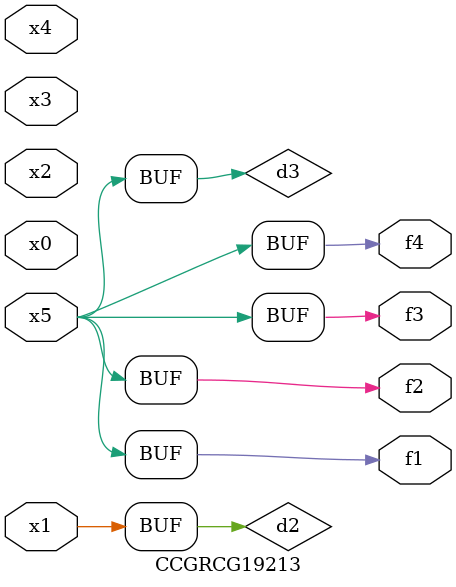
<source format=v>
module CCGRCG19213(
	input x0, x1, x2, x3, x4, x5,
	output f1, f2, f3, f4
);

	wire d1, d2, d3;

	not (d1, x5);
	or (d2, x1);
	xnor (d3, d1);
	assign f1 = d3;
	assign f2 = d3;
	assign f3 = d3;
	assign f4 = d3;
endmodule

</source>
